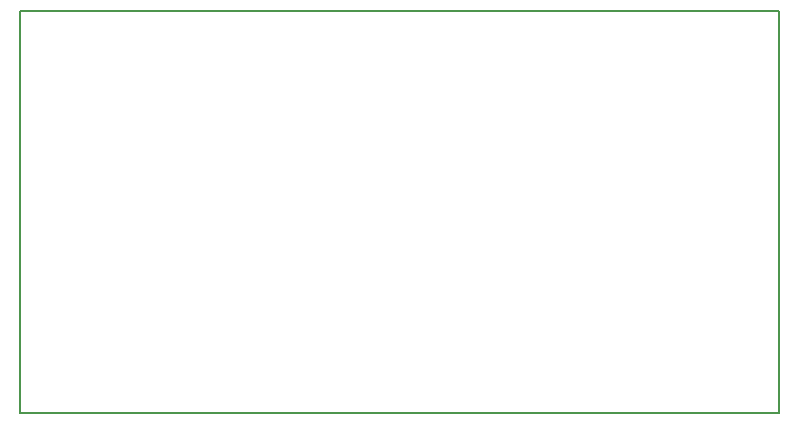
<source format=gbr>
%TF.GenerationSoftware,KiCad,Pcbnew,8.0.5*%
%TF.CreationDate,2024-09-28T22:07:55-04:00*%
%TF.ProjectId,Fluke_LCD,466c756b-655f-44c4-9344-2e6b69636164,rev?*%
%TF.SameCoordinates,Original*%
%TF.FileFunction,Profile,NP*%
%FSLAX46Y46*%
G04 Gerber Fmt 4.6, Leading zero omitted, Abs format (unit mm)*
G04 Created by KiCad (PCBNEW 8.0.5) date 2024-09-28 22:07:55*
%MOMM*%
%LPD*%
G01*
G04 APERTURE LIST*
%TA.AperFunction,Profile*%
%ADD10C,0.200000*%
%TD*%
G04 APERTURE END LIST*
D10*
X180000000Y-125964000D02*
X244262000Y-125964000D01*
X244262000Y-160000000D01*
X180000000Y-160000000D01*
X180000000Y-125964000D01*
M02*

</source>
